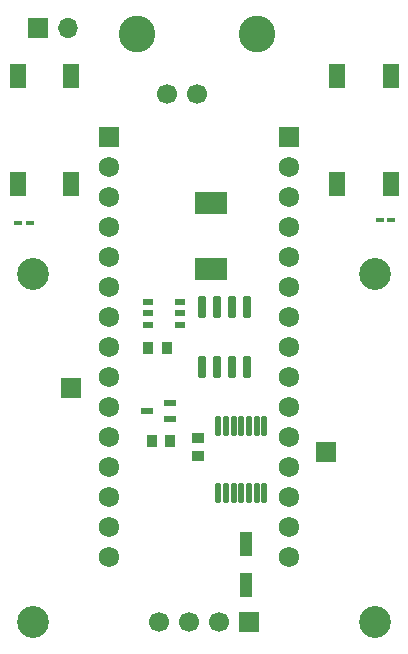
<source format=gts>
G04 #@! TF.GenerationSoftware,KiCad,Pcbnew,7.0.5*
G04 #@! TF.CreationDate,2023-07-10T18:36:48-07:00*
G04 #@! TF.ProjectId,Breakout,42726561-6b6f-4757-942e-6b696361645f,rev?*
G04 #@! TF.SameCoordinates,Original*
G04 #@! TF.FileFunction,Soldermask,Top*
G04 #@! TF.FilePolarity,Negative*
%FSLAX46Y46*%
G04 Gerber Fmt 4.6, Leading zero omitted, Abs format (unit mm)*
G04 Created by KiCad (PCBNEW 7.0.5) date 2023-07-10 18:36:48*
%MOMM*%
%LPD*%
G01*
G04 APERTURE LIST*
G04 Aperture macros list*
%AMRoundRect*
0 Rectangle with rounded corners*
0 $1 Rounding radius*
0 $2 $3 $4 $5 $6 $7 $8 $9 X,Y pos of 4 corners*
0 Add a 4 corners polygon primitive as box body*
4,1,4,$2,$3,$4,$5,$6,$7,$8,$9,$2,$3,0*
0 Add four circle primitives for the rounded corners*
1,1,$1+$1,$2,$3*
1,1,$1+$1,$4,$5*
1,1,$1+$1,$6,$7*
1,1,$1+$1,$8,$9*
0 Add four rect primitives between the rounded corners*
20,1,$1+$1,$2,$3,$4,$5,0*
20,1,$1+$1,$4,$5,$6,$7,0*
20,1,$1+$1,$6,$7,$8,$9,0*
20,1,$1+$1,$8,$9,$2,$3,0*%
G04 Aperture macros list end*
%ADD10C,2.700000*%
%ADD11R,1.700000X1.700000*%
%ADD12C,1.700000*%
%ADD13RoundRect,0.048800X0.256200X-0.871200X0.256200X0.871200X-0.256200X0.871200X-0.256200X-0.871200X0*%
%ADD14R,0.758800X0.350799*%
%ADD15R,0.920000X0.980000*%
%ADD16R,2.667000X1.955800*%
%ADD17R,1.106399X0.466400*%
%ADD18R,1.400000X2.100000*%
%ADD19R,0.980000X0.920000*%
%ADD20R,0.972299X0.558000*%
%ADD21RoundRect,0.020500X-0.184500X0.764500X-0.184500X-0.764500X0.184500X-0.764500X0.184500X0.764500X0*%
%ADD22O,1.700000X1.700000*%
%ADD23R,1.092200X2.108200*%
%ADD24C,3.100000*%
%ADD25R,1.725000X1.725000*%
%ADD26C,1.725000*%
G04 APERTURE END LIST*
D10*
X137200000Y-121700000D03*
X137200000Y-92236000D03*
X108244000Y-121700000D03*
X108244000Y-92236000D03*
D11*
X126532000Y-121700000D03*
D12*
X123992000Y-121700000D03*
X121452000Y-121700000D03*
X118912000Y-121700000D03*
D13*
X122620000Y-100060000D03*
X123890000Y-100060000D03*
X125160000Y-100060000D03*
X126430000Y-100060000D03*
X126430000Y-94990000D03*
X125160000Y-94990000D03*
X123890000Y-94990000D03*
X122620000Y-94990000D03*
D14*
X107020600Y-87884000D03*
X107979400Y-87884000D03*
D15*
X119875000Y-106300000D03*
X118325000Y-106300000D03*
D16*
X123300000Y-91781300D03*
X123300000Y-86218700D03*
D17*
X119890600Y-104449999D03*
X119890600Y-103150001D03*
X117909400Y-103800000D03*
D18*
X111500000Y-84550000D03*
X111500000Y-75450000D03*
X107000000Y-75450000D03*
X107000000Y-84550000D03*
D11*
X111506000Y-101854000D03*
X133100000Y-107300000D03*
D19*
X122225000Y-107600000D03*
X122225000Y-106050000D03*
D20*
X120712451Y-96475001D03*
X120712451Y-95525000D03*
X120712451Y-94574999D03*
X117987549Y-94574999D03*
X117987549Y-95525000D03*
X117987549Y-96475001D03*
D15*
X119575000Y-98425000D03*
X118025000Y-98425000D03*
D18*
X134050000Y-75450000D03*
X134050000Y-84550000D03*
X138550000Y-84550000D03*
X138550000Y-75450000D03*
D21*
X127850000Y-105030000D03*
X127200000Y-105030000D03*
X126550000Y-105030000D03*
X125900000Y-105030000D03*
X125250000Y-105030000D03*
X124600000Y-105030000D03*
X123950000Y-105030000D03*
X123950000Y-110770000D03*
X124600000Y-110770000D03*
X125250000Y-110770000D03*
X125900000Y-110770000D03*
X126550000Y-110770000D03*
X127200000Y-110770000D03*
X127850000Y-110770000D03*
D11*
X108712000Y-71374000D03*
D22*
X111252000Y-71374000D03*
D23*
X126300000Y-115047400D03*
X126300000Y-118552600D03*
D24*
X127254000Y-71882000D03*
X117094000Y-71882000D03*
D12*
X122174000Y-76962000D03*
X119634000Y-76962000D03*
D14*
X138581000Y-87630000D03*
X137622200Y-87630000D03*
D25*
X129942000Y-80619500D03*
D26*
X129942000Y-83159500D03*
X129942000Y-85699500D03*
X129942000Y-88239500D03*
X129942000Y-90779500D03*
X129942000Y-93319500D03*
X129942000Y-95859500D03*
X129942000Y-98399500D03*
X129942000Y-100939500D03*
X129942000Y-103479500D03*
X129942000Y-106019500D03*
X129942000Y-108559500D03*
X129942000Y-111099500D03*
X129942000Y-113639500D03*
X129942000Y-116179500D03*
X114702000Y-116179500D03*
X114702000Y-113639500D03*
X114702000Y-111099500D03*
X114702000Y-108559500D03*
X114702000Y-106019500D03*
X114702000Y-103479500D03*
X114702000Y-100939500D03*
X114702000Y-98399500D03*
X114702000Y-95859500D03*
X114702000Y-93319500D03*
X114702000Y-90779500D03*
X114702000Y-88239500D03*
X114702000Y-85699500D03*
X114702000Y-83159500D03*
D25*
X114702000Y-80619500D03*
M02*

</source>
